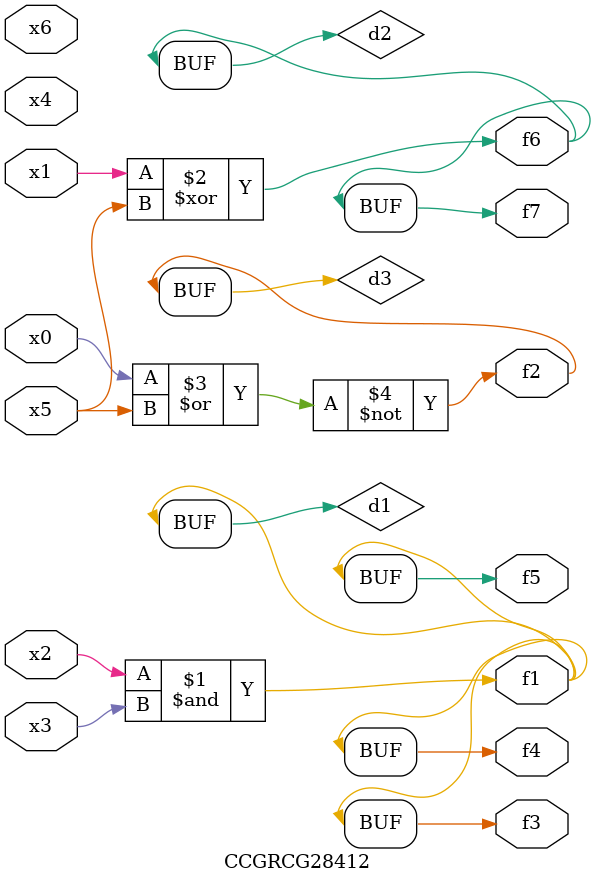
<source format=v>
module CCGRCG28412(
	input x0, x1, x2, x3, x4, x5, x6,
	output f1, f2, f3, f4, f5, f6, f7
);

	wire d1, d2, d3;

	and (d1, x2, x3);
	xor (d2, x1, x5);
	nor (d3, x0, x5);
	assign f1 = d1;
	assign f2 = d3;
	assign f3 = d1;
	assign f4 = d1;
	assign f5 = d1;
	assign f6 = d2;
	assign f7 = d2;
endmodule

</source>
